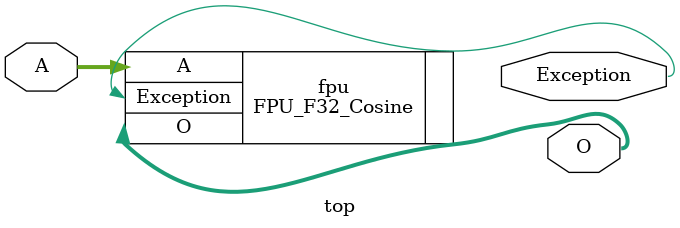
<source format=v>
module top(
	input	[31:0]		A,
	output				Exception,
	output	[31:0]		O		              	//Outputs in the format of IEEE-754 Representation.
);

FPU_F32_Cosine fpu (
	.A					(A),
	.Exception			(Exception),
	.O					(O)
);

endmodule

</source>
